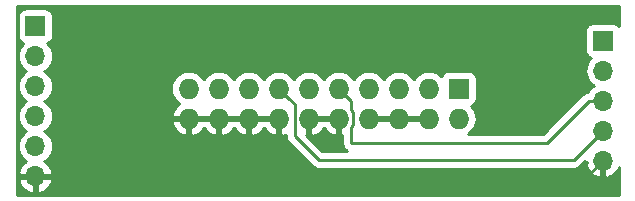
<source format=gbr>
G04 #@! TF.GenerationSoftware,KiCad,Pcbnew,5.1.1-8be2ce7~80~ubuntu18.10.1*
G04 #@! TF.CreationDate,2019-05-27T02:03:18+08:00*
G04 #@! TF.ProjectId,jtagboard,6a746167-626f-4617-9264-2e6b69636164,rev?*
G04 #@! TF.SameCoordinates,Original*
G04 #@! TF.FileFunction,Copper,L2,Bot*
G04 #@! TF.FilePolarity,Positive*
%FSLAX46Y46*%
G04 Gerber Fmt 4.6, Leading zero omitted, Abs format (unit mm)*
G04 Created by KiCad (PCBNEW 5.1.1-8be2ce7~80~ubuntu18.10.1) date 2019-05-27 02:03:18*
%MOMM*%
%LPD*%
G04 APERTURE LIST*
%ADD10R,1.727200X1.727200*%
%ADD11O,1.727200X1.727200*%
%ADD12R,1.700000X1.700000*%
%ADD13O,1.700000X1.700000*%
%ADD14C,0.250000*%
%ADD15C,0.254000*%
G04 APERTURE END LIST*
D10*
X115316000Y-109220000D03*
D11*
X115316000Y-111760000D03*
X112776000Y-109220000D03*
X112776000Y-111760000D03*
X110236000Y-109220000D03*
X110236000Y-111760000D03*
X107696000Y-109220000D03*
X107696000Y-111760000D03*
X105156000Y-109220000D03*
X105156000Y-111760000D03*
X102616000Y-109220000D03*
X102616000Y-111760000D03*
X100076000Y-109220000D03*
X100076000Y-111760000D03*
X97536000Y-109220000D03*
X97536000Y-111760000D03*
X94996000Y-109220000D03*
X94996000Y-111760000D03*
X92456000Y-109220000D03*
X92456000Y-111760000D03*
D12*
X79451200Y-103931800D03*
D13*
X79451200Y-106471800D03*
X79451200Y-109011800D03*
X79451200Y-111551800D03*
X79451200Y-114091800D03*
X79451200Y-116631800D03*
D12*
X127508000Y-105156000D03*
D13*
X127508000Y-107696000D03*
X127508000Y-110236000D03*
X127508000Y-112776000D03*
X127508000Y-115316000D03*
D14*
X126192200Y-116631800D02*
X127508000Y-115316000D01*
X79451200Y-116631800D02*
X126192200Y-116631800D01*
X106172000Y-110236000D02*
X105156000Y-109220000D01*
X106172000Y-111016870D02*
X106172000Y-110236000D01*
X126305919Y-110236000D02*
X122749919Y-113792000D01*
X127508000Y-110236000D02*
X126305919Y-110236000D01*
X106172000Y-113792000D02*
X106172000Y-112503130D01*
X106344601Y-111189471D02*
X106172000Y-111016870D01*
X106344601Y-112330529D02*
X106344601Y-111189471D01*
X122749919Y-113792000D02*
X106172000Y-113792000D01*
X106172000Y-112503130D02*
X106344601Y-112330529D01*
X100939599Y-110083599D02*
X100076000Y-109220000D01*
X101427399Y-113239810D02*
X101427399Y-110571399D01*
X101427399Y-110571399D02*
X100939599Y-110083599D01*
X103445600Y-115258011D02*
X101427399Y-113239810D01*
X127508000Y-112776000D02*
X125025989Y-115258011D01*
X125025989Y-115258011D02*
X103445600Y-115258011D01*
D15*
G36*
X128880000Y-103941104D02*
G01*
X128809185Y-103854815D01*
X128712494Y-103775463D01*
X128602180Y-103716498D01*
X128482482Y-103680188D01*
X128358000Y-103667928D01*
X126658000Y-103667928D01*
X126533518Y-103680188D01*
X126413820Y-103716498D01*
X126303506Y-103775463D01*
X126206815Y-103854815D01*
X126127463Y-103951506D01*
X126068498Y-104061820D01*
X126032188Y-104181518D01*
X126019928Y-104306000D01*
X126019928Y-106006000D01*
X126032188Y-106130482D01*
X126068498Y-106250180D01*
X126127463Y-106360494D01*
X126206815Y-106457185D01*
X126303506Y-106536537D01*
X126413820Y-106595502D01*
X126482687Y-106616393D01*
X126452866Y-106640866D01*
X126267294Y-106866986D01*
X126129401Y-107124966D01*
X126044487Y-107404889D01*
X126015815Y-107696000D01*
X126044487Y-107987111D01*
X126129401Y-108267034D01*
X126267294Y-108525014D01*
X126452866Y-108751134D01*
X126678986Y-108936706D01*
X126733791Y-108966000D01*
X126678986Y-108995294D01*
X126452866Y-109180866D01*
X126267294Y-109406986D01*
X126228284Y-109479969D01*
X126156933Y-109486997D01*
X126013672Y-109530454D01*
X125881643Y-109601026D01*
X125881641Y-109601027D01*
X125881642Y-109601027D01*
X125794915Y-109672201D01*
X125794911Y-109672205D01*
X125765918Y-109695999D01*
X125742124Y-109724992D01*
X122435118Y-113032000D01*
X116115318Y-113032000D01*
X116152606Y-113012069D01*
X116380797Y-112824797D01*
X116568069Y-112596606D01*
X116707225Y-112336264D01*
X116792916Y-112053777D01*
X116821851Y-111760000D01*
X116792916Y-111466223D01*
X116707225Y-111183736D01*
X116568069Y-110923394D01*
X116380797Y-110695203D01*
X116372735Y-110688586D01*
X116423780Y-110673102D01*
X116534094Y-110614137D01*
X116630785Y-110534785D01*
X116710137Y-110438094D01*
X116769102Y-110327780D01*
X116805412Y-110208082D01*
X116817672Y-110083600D01*
X116817672Y-108356400D01*
X116805412Y-108231918D01*
X116769102Y-108112220D01*
X116710137Y-108001906D01*
X116630785Y-107905215D01*
X116534094Y-107825863D01*
X116423780Y-107766898D01*
X116304082Y-107730588D01*
X116179600Y-107718328D01*
X114452400Y-107718328D01*
X114327918Y-107730588D01*
X114208220Y-107766898D01*
X114097906Y-107825863D01*
X114001215Y-107905215D01*
X113921863Y-108001906D01*
X113862898Y-108112220D01*
X113847414Y-108163265D01*
X113840797Y-108155203D01*
X113612606Y-107967931D01*
X113352264Y-107828775D01*
X113069777Y-107743084D01*
X112849619Y-107721400D01*
X112702381Y-107721400D01*
X112482223Y-107743084D01*
X112199736Y-107828775D01*
X111939394Y-107967931D01*
X111711203Y-108155203D01*
X111523931Y-108383394D01*
X111506000Y-108416940D01*
X111488069Y-108383394D01*
X111300797Y-108155203D01*
X111072606Y-107967931D01*
X110812264Y-107828775D01*
X110529777Y-107743084D01*
X110309619Y-107721400D01*
X110162381Y-107721400D01*
X109942223Y-107743084D01*
X109659736Y-107828775D01*
X109399394Y-107967931D01*
X109171203Y-108155203D01*
X108983931Y-108383394D01*
X108966000Y-108416940D01*
X108948069Y-108383394D01*
X108760797Y-108155203D01*
X108532606Y-107967931D01*
X108272264Y-107828775D01*
X107989777Y-107743084D01*
X107769619Y-107721400D01*
X107622381Y-107721400D01*
X107402223Y-107743084D01*
X107119736Y-107828775D01*
X106859394Y-107967931D01*
X106631203Y-108155203D01*
X106443931Y-108383394D01*
X106426000Y-108416940D01*
X106408069Y-108383394D01*
X106220797Y-108155203D01*
X105992606Y-107967931D01*
X105732264Y-107828775D01*
X105449777Y-107743084D01*
X105229619Y-107721400D01*
X105082381Y-107721400D01*
X104862223Y-107743084D01*
X104579736Y-107828775D01*
X104319394Y-107967931D01*
X104091203Y-108155203D01*
X103903931Y-108383394D01*
X103886000Y-108416940D01*
X103868069Y-108383394D01*
X103680797Y-108155203D01*
X103452606Y-107967931D01*
X103192264Y-107828775D01*
X102909777Y-107743084D01*
X102689619Y-107721400D01*
X102542381Y-107721400D01*
X102322223Y-107743084D01*
X102039736Y-107828775D01*
X101779394Y-107967931D01*
X101551203Y-108155203D01*
X101363931Y-108383394D01*
X101346000Y-108416940D01*
X101328069Y-108383394D01*
X101140797Y-108155203D01*
X100912606Y-107967931D01*
X100652264Y-107828775D01*
X100369777Y-107743084D01*
X100149619Y-107721400D01*
X100002381Y-107721400D01*
X99782223Y-107743084D01*
X99499736Y-107828775D01*
X99239394Y-107967931D01*
X99011203Y-108155203D01*
X98823931Y-108383394D01*
X98806000Y-108416940D01*
X98788069Y-108383394D01*
X98600797Y-108155203D01*
X98372606Y-107967931D01*
X98112264Y-107828775D01*
X97829777Y-107743084D01*
X97609619Y-107721400D01*
X97462381Y-107721400D01*
X97242223Y-107743084D01*
X96959736Y-107828775D01*
X96699394Y-107967931D01*
X96471203Y-108155203D01*
X96283931Y-108383394D01*
X96266000Y-108416940D01*
X96248069Y-108383394D01*
X96060797Y-108155203D01*
X95832606Y-107967931D01*
X95572264Y-107828775D01*
X95289777Y-107743084D01*
X95069619Y-107721400D01*
X94922381Y-107721400D01*
X94702223Y-107743084D01*
X94419736Y-107828775D01*
X94159394Y-107967931D01*
X93931203Y-108155203D01*
X93743931Y-108383394D01*
X93726000Y-108416940D01*
X93708069Y-108383394D01*
X93520797Y-108155203D01*
X93292606Y-107967931D01*
X93032264Y-107828775D01*
X92749777Y-107743084D01*
X92529619Y-107721400D01*
X92382381Y-107721400D01*
X92162223Y-107743084D01*
X91879736Y-107828775D01*
X91619394Y-107967931D01*
X91391203Y-108155203D01*
X91203931Y-108383394D01*
X91064775Y-108643736D01*
X90979084Y-108926223D01*
X90950149Y-109220000D01*
X90979084Y-109513777D01*
X91064775Y-109796264D01*
X91203931Y-110056606D01*
X91391203Y-110284797D01*
X91619394Y-110472069D01*
X91659433Y-110493470D01*
X91445707Y-110653146D01*
X91249183Y-110871512D01*
X91099036Y-111124022D01*
X91001037Y-111400973D01*
X91121536Y-111633000D01*
X92329000Y-111633000D01*
X92329000Y-111613000D01*
X92583000Y-111613000D01*
X92583000Y-111633000D01*
X94869000Y-111633000D01*
X94869000Y-111613000D01*
X95123000Y-111613000D01*
X95123000Y-111633000D01*
X97409000Y-111633000D01*
X97409000Y-111613000D01*
X97663000Y-111613000D01*
X97663000Y-111633000D01*
X99949000Y-111633000D01*
X99949000Y-111613000D01*
X100203000Y-111613000D01*
X100203000Y-111633000D01*
X100223000Y-111633000D01*
X100223000Y-111887000D01*
X100203000Y-111887000D01*
X100203000Y-113093817D01*
X100435026Y-113214958D01*
X100585814Y-113169222D01*
X100667399Y-113130284D01*
X100667399Y-113202487D01*
X100663723Y-113239810D01*
X100667399Y-113277132D01*
X100667399Y-113277142D01*
X100678396Y-113388795D01*
X100718428Y-113520766D01*
X100721853Y-113532056D01*
X100792425Y-113664086D01*
X100832270Y-113712636D01*
X100887398Y-113779811D01*
X100916402Y-113803614D01*
X102881801Y-115769014D01*
X102905599Y-115798012D01*
X103021324Y-115892985D01*
X103153353Y-115963557D01*
X103296614Y-116007014D01*
X103408267Y-116018011D01*
X103408276Y-116018011D01*
X103445599Y-116021687D01*
X103482922Y-116018011D01*
X124988667Y-116018011D01*
X125025989Y-116021687D01*
X125063311Y-116018011D01*
X125063322Y-116018011D01*
X125174975Y-116007014D01*
X125318236Y-115963557D01*
X125450265Y-115892985D01*
X125565990Y-115798012D01*
X125589793Y-115769008D01*
X126023000Y-115335801D01*
X126023000Y-115443002D01*
X126187844Y-115443002D01*
X126066524Y-115672890D01*
X126111175Y-115820099D01*
X126236359Y-116082920D01*
X126410412Y-116316269D01*
X126626645Y-116511178D01*
X126876748Y-116660157D01*
X127151109Y-116757481D01*
X127381000Y-116636814D01*
X127381000Y-115443000D01*
X127361000Y-115443000D01*
X127361000Y-115189000D01*
X127381000Y-115189000D01*
X127381000Y-115169000D01*
X127635000Y-115169000D01*
X127635000Y-115189000D01*
X127655000Y-115189000D01*
X127655000Y-115443000D01*
X127635000Y-115443000D01*
X127635000Y-116636814D01*
X127864891Y-116757481D01*
X128139252Y-116660157D01*
X128389355Y-116511178D01*
X128605588Y-116316269D01*
X128779641Y-116082920D01*
X128880001Y-115872217D01*
X128880001Y-118212000D01*
X77876000Y-118212000D01*
X77876000Y-116988690D01*
X78009724Y-116988690D01*
X78054375Y-117135899D01*
X78179559Y-117398720D01*
X78353612Y-117632069D01*
X78569845Y-117826978D01*
X78819948Y-117975957D01*
X79094309Y-118073281D01*
X79324200Y-117952614D01*
X79324200Y-116758800D01*
X79578200Y-116758800D01*
X79578200Y-117952614D01*
X79808091Y-118073281D01*
X80082452Y-117975957D01*
X80332555Y-117826978D01*
X80548788Y-117632069D01*
X80722841Y-117398720D01*
X80848025Y-117135899D01*
X80892676Y-116988690D01*
X80771355Y-116758800D01*
X79578200Y-116758800D01*
X79324200Y-116758800D01*
X78131045Y-116758800D01*
X78009724Y-116988690D01*
X77876000Y-116988690D01*
X77876000Y-106471800D01*
X77959015Y-106471800D01*
X77987687Y-106762911D01*
X78072601Y-107042834D01*
X78210494Y-107300814D01*
X78396066Y-107526934D01*
X78622186Y-107712506D01*
X78676991Y-107741800D01*
X78622186Y-107771094D01*
X78396066Y-107956666D01*
X78210494Y-108182786D01*
X78072601Y-108440766D01*
X77987687Y-108720689D01*
X77959015Y-109011800D01*
X77987687Y-109302911D01*
X78072601Y-109582834D01*
X78210494Y-109840814D01*
X78396066Y-110066934D01*
X78622186Y-110252506D01*
X78676991Y-110281800D01*
X78622186Y-110311094D01*
X78396066Y-110496666D01*
X78210494Y-110722786D01*
X78072601Y-110980766D01*
X77987687Y-111260689D01*
X77959015Y-111551800D01*
X77987687Y-111842911D01*
X78072601Y-112122834D01*
X78210494Y-112380814D01*
X78396066Y-112606934D01*
X78622186Y-112792506D01*
X78676991Y-112821800D01*
X78622186Y-112851094D01*
X78396066Y-113036666D01*
X78210494Y-113262786D01*
X78072601Y-113520766D01*
X77987687Y-113800689D01*
X77959015Y-114091800D01*
X77987687Y-114382911D01*
X78072601Y-114662834D01*
X78210494Y-114920814D01*
X78396066Y-115146934D01*
X78622186Y-115332506D01*
X78686723Y-115367001D01*
X78569845Y-115436622D01*
X78353612Y-115631531D01*
X78179559Y-115864880D01*
X78054375Y-116127701D01*
X78009724Y-116274910D01*
X78131045Y-116504800D01*
X79324200Y-116504800D01*
X79324200Y-116484800D01*
X79578200Y-116484800D01*
X79578200Y-116504800D01*
X80771355Y-116504800D01*
X80892676Y-116274910D01*
X80848025Y-116127701D01*
X80722841Y-115864880D01*
X80548788Y-115631531D01*
X80332555Y-115436622D01*
X80215677Y-115367001D01*
X80280214Y-115332506D01*
X80506334Y-115146934D01*
X80691906Y-114920814D01*
X80829799Y-114662834D01*
X80914713Y-114382911D01*
X80943385Y-114091800D01*
X80914713Y-113800689D01*
X80829799Y-113520766D01*
X80691906Y-113262786D01*
X80506334Y-113036666D01*
X80280214Y-112851094D01*
X80225409Y-112821800D01*
X80280214Y-112792506D01*
X80506334Y-112606934D01*
X80691906Y-112380814D01*
X80829799Y-112122834D01*
X80830953Y-112119027D01*
X91001037Y-112119027D01*
X91099036Y-112395978D01*
X91249183Y-112648488D01*
X91445707Y-112866854D01*
X91681056Y-113042684D01*
X91946186Y-113169222D01*
X92096974Y-113214958D01*
X92329000Y-113093817D01*
X92329000Y-111887000D01*
X92583000Y-111887000D01*
X92583000Y-113093817D01*
X92815026Y-113214958D01*
X92965814Y-113169222D01*
X93230944Y-113042684D01*
X93466293Y-112866854D01*
X93662817Y-112648488D01*
X93726000Y-112542230D01*
X93789183Y-112648488D01*
X93985707Y-112866854D01*
X94221056Y-113042684D01*
X94486186Y-113169222D01*
X94636974Y-113214958D01*
X94869000Y-113093817D01*
X94869000Y-111887000D01*
X95123000Y-111887000D01*
X95123000Y-113093817D01*
X95355026Y-113214958D01*
X95505814Y-113169222D01*
X95770944Y-113042684D01*
X96006293Y-112866854D01*
X96202817Y-112648488D01*
X96266000Y-112542230D01*
X96329183Y-112648488D01*
X96525707Y-112866854D01*
X96761056Y-113042684D01*
X97026186Y-113169222D01*
X97176974Y-113214958D01*
X97409000Y-113093817D01*
X97409000Y-111887000D01*
X97663000Y-111887000D01*
X97663000Y-113093817D01*
X97895026Y-113214958D01*
X98045814Y-113169222D01*
X98310944Y-113042684D01*
X98546293Y-112866854D01*
X98742817Y-112648488D01*
X98806000Y-112542230D01*
X98869183Y-112648488D01*
X99065707Y-112866854D01*
X99301056Y-113042684D01*
X99566186Y-113169222D01*
X99716974Y-113214958D01*
X99949000Y-113093817D01*
X99949000Y-111887000D01*
X97663000Y-111887000D01*
X97409000Y-111887000D01*
X95123000Y-111887000D01*
X94869000Y-111887000D01*
X92583000Y-111887000D01*
X92329000Y-111887000D01*
X91121536Y-111887000D01*
X91001037Y-112119027D01*
X80830953Y-112119027D01*
X80914713Y-111842911D01*
X80943385Y-111551800D01*
X80914713Y-111260689D01*
X80829799Y-110980766D01*
X80691906Y-110722786D01*
X80506334Y-110496666D01*
X80280214Y-110311094D01*
X80225409Y-110281800D01*
X80280214Y-110252506D01*
X80506334Y-110066934D01*
X80691906Y-109840814D01*
X80829799Y-109582834D01*
X80914713Y-109302911D01*
X80943385Y-109011800D01*
X80914713Y-108720689D01*
X80829799Y-108440766D01*
X80691906Y-108182786D01*
X80506334Y-107956666D01*
X80280214Y-107771094D01*
X80225409Y-107741800D01*
X80280214Y-107712506D01*
X80506334Y-107526934D01*
X80691906Y-107300814D01*
X80829799Y-107042834D01*
X80914713Y-106762911D01*
X80943385Y-106471800D01*
X80914713Y-106180689D01*
X80829799Y-105900766D01*
X80691906Y-105642786D01*
X80506334Y-105416666D01*
X80476513Y-105392193D01*
X80545380Y-105371302D01*
X80655694Y-105312337D01*
X80752385Y-105232985D01*
X80831737Y-105136294D01*
X80890702Y-105025980D01*
X80927012Y-104906282D01*
X80939272Y-104781800D01*
X80939272Y-103081800D01*
X80927012Y-102957318D01*
X80890702Y-102837620D01*
X80831737Y-102727306D01*
X80752385Y-102630615D01*
X80655694Y-102551263D01*
X80545380Y-102492298D01*
X80425682Y-102455988D01*
X80301200Y-102443728D01*
X78601200Y-102443728D01*
X78476718Y-102455988D01*
X78357020Y-102492298D01*
X78246706Y-102551263D01*
X78150015Y-102630615D01*
X78070663Y-102727306D01*
X78011698Y-102837620D01*
X77975388Y-102957318D01*
X77963128Y-103081800D01*
X77963128Y-104781800D01*
X77975388Y-104906282D01*
X78011698Y-105025980D01*
X78070663Y-105136294D01*
X78150015Y-105232985D01*
X78246706Y-105312337D01*
X78357020Y-105371302D01*
X78425887Y-105392193D01*
X78396066Y-105416666D01*
X78210494Y-105642786D01*
X78072601Y-105900766D01*
X77987687Y-106180689D01*
X77959015Y-106471800D01*
X77876000Y-106471800D01*
X77876000Y-102260000D01*
X128880000Y-102260000D01*
X128880000Y-103941104D01*
X128880000Y-103941104D01*
G37*
X128880000Y-103941104D02*
X128809185Y-103854815D01*
X128712494Y-103775463D01*
X128602180Y-103716498D01*
X128482482Y-103680188D01*
X128358000Y-103667928D01*
X126658000Y-103667928D01*
X126533518Y-103680188D01*
X126413820Y-103716498D01*
X126303506Y-103775463D01*
X126206815Y-103854815D01*
X126127463Y-103951506D01*
X126068498Y-104061820D01*
X126032188Y-104181518D01*
X126019928Y-104306000D01*
X126019928Y-106006000D01*
X126032188Y-106130482D01*
X126068498Y-106250180D01*
X126127463Y-106360494D01*
X126206815Y-106457185D01*
X126303506Y-106536537D01*
X126413820Y-106595502D01*
X126482687Y-106616393D01*
X126452866Y-106640866D01*
X126267294Y-106866986D01*
X126129401Y-107124966D01*
X126044487Y-107404889D01*
X126015815Y-107696000D01*
X126044487Y-107987111D01*
X126129401Y-108267034D01*
X126267294Y-108525014D01*
X126452866Y-108751134D01*
X126678986Y-108936706D01*
X126733791Y-108966000D01*
X126678986Y-108995294D01*
X126452866Y-109180866D01*
X126267294Y-109406986D01*
X126228284Y-109479969D01*
X126156933Y-109486997D01*
X126013672Y-109530454D01*
X125881643Y-109601026D01*
X125881641Y-109601027D01*
X125881642Y-109601027D01*
X125794915Y-109672201D01*
X125794911Y-109672205D01*
X125765918Y-109695999D01*
X125742124Y-109724992D01*
X122435118Y-113032000D01*
X116115318Y-113032000D01*
X116152606Y-113012069D01*
X116380797Y-112824797D01*
X116568069Y-112596606D01*
X116707225Y-112336264D01*
X116792916Y-112053777D01*
X116821851Y-111760000D01*
X116792916Y-111466223D01*
X116707225Y-111183736D01*
X116568069Y-110923394D01*
X116380797Y-110695203D01*
X116372735Y-110688586D01*
X116423780Y-110673102D01*
X116534094Y-110614137D01*
X116630785Y-110534785D01*
X116710137Y-110438094D01*
X116769102Y-110327780D01*
X116805412Y-110208082D01*
X116817672Y-110083600D01*
X116817672Y-108356400D01*
X116805412Y-108231918D01*
X116769102Y-108112220D01*
X116710137Y-108001906D01*
X116630785Y-107905215D01*
X116534094Y-107825863D01*
X116423780Y-107766898D01*
X116304082Y-107730588D01*
X116179600Y-107718328D01*
X114452400Y-107718328D01*
X114327918Y-107730588D01*
X114208220Y-107766898D01*
X114097906Y-107825863D01*
X114001215Y-107905215D01*
X113921863Y-108001906D01*
X113862898Y-108112220D01*
X113847414Y-108163265D01*
X113840797Y-108155203D01*
X113612606Y-107967931D01*
X113352264Y-107828775D01*
X113069777Y-107743084D01*
X112849619Y-107721400D01*
X112702381Y-107721400D01*
X112482223Y-107743084D01*
X112199736Y-107828775D01*
X111939394Y-107967931D01*
X111711203Y-108155203D01*
X111523931Y-108383394D01*
X111506000Y-108416940D01*
X111488069Y-108383394D01*
X111300797Y-108155203D01*
X111072606Y-107967931D01*
X110812264Y-107828775D01*
X110529777Y-107743084D01*
X110309619Y-107721400D01*
X110162381Y-107721400D01*
X109942223Y-107743084D01*
X109659736Y-107828775D01*
X109399394Y-107967931D01*
X109171203Y-108155203D01*
X108983931Y-108383394D01*
X108966000Y-108416940D01*
X108948069Y-108383394D01*
X108760797Y-108155203D01*
X108532606Y-107967931D01*
X108272264Y-107828775D01*
X107989777Y-107743084D01*
X107769619Y-107721400D01*
X107622381Y-107721400D01*
X107402223Y-107743084D01*
X107119736Y-107828775D01*
X106859394Y-107967931D01*
X106631203Y-108155203D01*
X106443931Y-108383394D01*
X106426000Y-108416940D01*
X106408069Y-108383394D01*
X106220797Y-108155203D01*
X105992606Y-107967931D01*
X105732264Y-107828775D01*
X105449777Y-107743084D01*
X105229619Y-107721400D01*
X105082381Y-107721400D01*
X104862223Y-107743084D01*
X104579736Y-107828775D01*
X104319394Y-107967931D01*
X104091203Y-108155203D01*
X103903931Y-108383394D01*
X103886000Y-108416940D01*
X103868069Y-108383394D01*
X103680797Y-108155203D01*
X103452606Y-107967931D01*
X103192264Y-107828775D01*
X102909777Y-107743084D01*
X102689619Y-107721400D01*
X102542381Y-107721400D01*
X102322223Y-107743084D01*
X102039736Y-107828775D01*
X101779394Y-107967931D01*
X101551203Y-108155203D01*
X101363931Y-108383394D01*
X101346000Y-108416940D01*
X101328069Y-108383394D01*
X101140797Y-108155203D01*
X100912606Y-107967931D01*
X100652264Y-107828775D01*
X100369777Y-107743084D01*
X100149619Y-107721400D01*
X100002381Y-107721400D01*
X99782223Y-107743084D01*
X99499736Y-107828775D01*
X99239394Y-107967931D01*
X99011203Y-108155203D01*
X98823931Y-108383394D01*
X98806000Y-108416940D01*
X98788069Y-108383394D01*
X98600797Y-108155203D01*
X98372606Y-107967931D01*
X98112264Y-107828775D01*
X97829777Y-107743084D01*
X97609619Y-107721400D01*
X97462381Y-107721400D01*
X97242223Y-107743084D01*
X96959736Y-107828775D01*
X96699394Y-107967931D01*
X96471203Y-108155203D01*
X96283931Y-108383394D01*
X96266000Y-108416940D01*
X96248069Y-108383394D01*
X96060797Y-108155203D01*
X95832606Y-107967931D01*
X95572264Y-107828775D01*
X95289777Y-107743084D01*
X95069619Y-107721400D01*
X94922381Y-107721400D01*
X94702223Y-107743084D01*
X94419736Y-107828775D01*
X94159394Y-107967931D01*
X93931203Y-108155203D01*
X93743931Y-108383394D01*
X93726000Y-108416940D01*
X93708069Y-108383394D01*
X93520797Y-108155203D01*
X93292606Y-107967931D01*
X93032264Y-107828775D01*
X92749777Y-107743084D01*
X92529619Y-107721400D01*
X92382381Y-107721400D01*
X92162223Y-107743084D01*
X91879736Y-107828775D01*
X91619394Y-107967931D01*
X91391203Y-108155203D01*
X91203931Y-108383394D01*
X91064775Y-108643736D01*
X90979084Y-108926223D01*
X90950149Y-109220000D01*
X90979084Y-109513777D01*
X91064775Y-109796264D01*
X91203931Y-110056606D01*
X91391203Y-110284797D01*
X91619394Y-110472069D01*
X91659433Y-110493470D01*
X91445707Y-110653146D01*
X91249183Y-110871512D01*
X91099036Y-111124022D01*
X91001037Y-111400973D01*
X91121536Y-111633000D01*
X92329000Y-111633000D01*
X92329000Y-111613000D01*
X92583000Y-111613000D01*
X92583000Y-111633000D01*
X94869000Y-111633000D01*
X94869000Y-111613000D01*
X95123000Y-111613000D01*
X95123000Y-111633000D01*
X97409000Y-111633000D01*
X97409000Y-111613000D01*
X97663000Y-111613000D01*
X97663000Y-111633000D01*
X99949000Y-111633000D01*
X99949000Y-111613000D01*
X100203000Y-111613000D01*
X100203000Y-111633000D01*
X100223000Y-111633000D01*
X100223000Y-111887000D01*
X100203000Y-111887000D01*
X100203000Y-113093817D01*
X100435026Y-113214958D01*
X100585814Y-113169222D01*
X100667399Y-113130284D01*
X100667399Y-113202487D01*
X100663723Y-113239810D01*
X100667399Y-113277132D01*
X100667399Y-113277142D01*
X100678396Y-113388795D01*
X100718428Y-113520766D01*
X100721853Y-113532056D01*
X100792425Y-113664086D01*
X100832270Y-113712636D01*
X100887398Y-113779811D01*
X100916402Y-113803614D01*
X102881801Y-115769014D01*
X102905599Y-115798012D01*
X103021324Y-115892985D01*
X103153353Y-115963557D01*
X103296614Y-116007014D01*
X103408267Y-116018011D01*
X103408276Y-116018011D01*
X103445599Y-116021687D01*
X103482922Y-116018011D01*
X124988667Y-116018011D01*
X125025989Y-116021687D01*
X125063311Y-116018011D01*
X125063322Y-116018011D01*
X125174975Y-116007014D01*
X125318236Y-115963557D01*
X125450265Y-115892985D01*
X125565990Y-115798012D01*
X125589793Y-115769008D01*
X126023000Y-115335801D01*
X126023000Y-115443002D01*
X126187844Y-115443002D01*
X126066524Y-115672890D01*
X126111175Y-115820099D01*
X126236359Y-116082920D01*
X126410412Y-116316269D01*
X126626645Y-116511178D01*
X126876748Y-116660157D01*
X127151109Y-116757481D01*
X127381000Y-116636814D01*
X127381000Y-115443000D01*
X127361000Y-115443000D01*
X127361000Y-115189000D01*
X127381000Y-115189000D01*
X127381000Y-115169000D01*
X127635000Y-115169000D01*
X127635000Y-115189000D01*
X127655000Y-115189000D01*
X127655000Y-115443000D01*
X127635000Y-115443000D01*
X127635000Y-116636814D01*
X127864891Y-116757481D01*
X128139252Y-116660157D01*
X128389355Y-116511178D01*
X128605588Y-116316269D01*
X128779641Y-116082920D01*
X128880001Y-115872217D01*
X128880001Y-118212000D01*
X77876000Y-118212000D01*
X77876000Y-116988690D01*
X78009724Y-116988690D01*
X78054375Y-117135899D01*
X78179559Y-117398720D01*
X78353612Y-117632069D01*
X78569845Y-117826978D01*
X78819948Y-117975957D01*
X79094309Y-118073281D01*
X79324200Y-117952614D01*
X79324200Y-116758800D01*
X79578200Y-116758800D01*
X79578200Y-117952614D01*
X79808091Y-118073281D01*
X80082452Y-117975957D01*
X80332555Y-117826978D01*
X80548788Y-117632069D01*
X80722841Y-117398720D01*
X80848025Y-117135899D01*
X80892676Y-116988690D01*
X80771355Y-116758800D01*
X79578200Y-116758800D01*
X79324200Y-116758800D01*
X78131045Y-116758800D01*
X78009724Y-116988690D01*
X77876000Y-116988690D01*
X77876000Y-106471800D01*
X77959015Y-106471800D01*
X77987687Y-106762911D01*
X78072601Y-107042834D01*
X78210494Y-107300814D01*
X78396066Y-107526934D01*
X78622186Y-107712506D01*
X78676991Y-107741800D01*
X78622186Y-107771094D01*
X78396066Y-107956666D01*
X78210494Y-108182786D01*
X78072601Y-108440766D01*
X77987687Y-108720689D01*
X77959015Y-109011800D01*
X77987687Y-109302911D01*
X78072601Y-109582834D01*
X78210494Y-109840814D01*
X78396066Y-110066934D01*
X78622186Y-110252506D01*
X78676991Y-110281800D01*
X78622186Y-110311094D01*
X78396066Y-110496666D01*
X78210494Y-110722786D01*
X78072601Y-110980766D01*
X77987687Y-111260689D01*
X77959015Y-111551800D01*
X77987687Y-111842911D01*
X78072601Y-112122834D01*
X78210494Y-112380814D01*
X78396066Y-112606934D01*
X78622186Y-112792506D01*
X78676991Y-112821800D01*
X78622186Y-112851094D01*
X78396066Y-113036666D01*
X78210494Y-113262786D01*
X78072601Y-113520766D01*
X77987687Y-113800689D01*
X77959015Y-114091800D01*
X77987687Y-114382911D01*
X78072601Y-114662834D01*
X78210494Y-114920814D01*
X78396066Y-115146934D01*
X78622186Y-115332506D01*
X78686723Y-115367001D01*
X78569845Y-115436622D01*
X78353612Y-115631531D01*
X78179559Y-115864880D01*
X78054375Y-116127701D01*
X78009724Y-116274910D01*
X78131045Y-116504800D01*
X79324200Y-116504800D01*
X79324200Y-116484800D01*
X79578200Y-116484800D01*
X79578200Y-116504800D01*
X80771355Y-116504800D01*
X80892676Y-116274910D01*
X80848025Y-116127701D01*
X80722841Y-115864880D01*
X80548788Y-115631531D01*
X80332555Y-115436622D01*
X80215677Y-115367001D01*
X80280214Y-115332506D01*
X80506334Y-115146934D01*
X80691906Y-114920814D01*
X80829799Y-114662834D01*
X80914713Y-114382911D01*
X80943385Y-114091800D01*
X80914713Y-113800689D01*
X80829799Y-113520766D01*
X80691906Y-113262786D01*
X80506334Y-113036666D01*
X80280214Y-112851094D01*
X80225409Y-112821800D01*
X80280214Y-112792506D01*
X80506334Y-112606934D01*
X80691906Y-112380814D01*
X80829799Y-112122834D01*
X80830953Y-112119027D01*
X91001037Y-112119027D01*
X91099036Y-112395978D01*
X91249183Y-112648488D01*
X91445707Y-112866854D01*
X91681056Y-113042684D01*
X91946186Y-113169222D01*
X92096974Y-113214958D01*
X92329000Y-113093817D01*
X92329000Y-111887000D01*
X92583000Y-111887000D01*
X92583000Y-113093817D01*
X92815026Y-113214958D01*
X92965814Y-113169222D01*
X93230944Y-113042684D01*
X93466293Y-112866854D01*
X93662817Y-112648488D01*
X93726000Y-112542230D01*
X93789183Y-112648488D01*
X93985707Y-112866854D01*
X94221056Y-113042684D01*
X94486186Y-113169222D01*
X94636974Y-113214958D01*
X94869000Y-113093817D01*
X94869000Y-111887000D01*
X95123000Y-111887000D01*
X95123000Y-113093817D01*
X95355026Y-113214958D01*
X95505814Y-113169222D01*
X95770944Y-113042684D01*
X96006293Y-112866854D01*
X96202817Y-112648488D01*
X96266000Y-112542230D01*
X96329183Y-112648488D01*
X96525707Y-112866854D01*
X96761056Y-113042684D01*
X97026186Y-113169222D01*
X97176974Y-113214958D01*
X97409000Y-113093817D01*
X97409000Y-111887000D01*
X97663000Y-111887000D01*
X97663000Y-113093817D01*
X97895026Y-113214958D01*
X98045814Y-113169222D01*
X98310944Y-113042684D01*
X98546293Y-112866854D01*
X98742817Y-112648488D01*
X98806000Y-112542230D01*
X98869183Y-112648488D01*
X99065707Y-112866854D01*
X99301056Y-113042684D01*
X99566186Y-113169222D01*
X99716974Y-113214958D01*
X99949000Y-113093817D01*
X99949000Y-111887000D01*
X97663000Y-111887000D01*
X97409000Y-111887000D01*
X95123000Y-111887000D01*
X94869000Y-111887000D01*
X92583000Y-111887000D01*
X92329000Y-111887000D01*
X91121536Y-111887000D01*
X91001037Y-112119027D01*
X80830953Y-112119027D01*
X80914713Y-111842911D01*
X80943385Y-111551800D01*
X80914713Y-111260689D01*
X80829799Y-110980766D01*
X80691906Y-110722786D01*
X80506334Y-110496666D01*
X80280214Y-110311094D01*
X80225409Y-110281800D01*
X80280214Y-110252506D01*
X80506334Y-110066934D01*
X80691906Y-109840814D01*
X80829799Y-109582834D01*
X80914713Y-109302911D01*
X80943385Y-109011800D01*
X80914713Y-108720689D01*
X80829799Y-108440766D01*
X80691906Y-108182786D01*
X80506334Y-107956666D01*
X80280214Y-107771094D01*
X80225409Y-107741800D01*
X80280214Y-107712506D01*
X80506334Y-107526934D01*
X80691906Y-107300814D01*
X80829799Y-107042834D01*
X80914713Y-106762911D01*
X80943385Y-106471800D01*
X80914713Y-106180689D01*
X80829799Y-105900766D01*
X80691906Y-105642786D01*
X80506334Y-105416666D01*
X80476513Y-105392193D01*
X80545380Y-105371302D01*
X80655694Y-105312337D01*
X80752385Y-105232985D01*
X80831737Y-105136294D01*
X80890702Y-105025980D01*
X80927012Y-104906282D01*
X80939272Y-104781800D01*
X80939272Y-103081800D01*
X80927012Y-102957318D01*
X80890702Y-102837620D01*
X80831737Y-102727306D01*
X80752385Y-102630615D01*
X80655694Y-102551263D01*
X80545380Y-102492298D01*
X80425682Y-102455988D01*
X80301200Y-102443728D01*
X78601200Y-102443728D01*
X78476718Y-102455988D01*
X78357020Y-102492298D01*
X78246706Y-102551263D01*
X78150015Y-102630615D01*
X78070663Y-102727306D01*
X78011698Y-102837620D01*
X77975388Y-102957318D01*
X77963128Y-103081800D01*
X77963128Y-104781800D01*
X77975388Y-104906282D01*
X78011698Y-105025980D01*
X78070663Y-105136294D01*
X78150015Y-105232985D01*
X78246706Y-105312337D01*
X78357020Y-105371302D01*
X78425887Y-105392193D01*
X78396066Y-105416666D01*
X78210494Y-105642786D01*
X78072601Y-105900766D01*
X77987687Y-106180689D01*
X77959015Y-106471800D01*
X77876000Y-106471800D01*
X77876000Y-102260000D01*
X128880000Y-102260000D01*
X128880000Y-103941104D01*
G36*
X102743000Y-111633000D02*
G01*
X105029000Y-111633000D01*
X105029000Y-111613000D01*
X105283000Y-111613000D01*
X105283000Y-111633000D01*
X105303000Y-111633000D01*
X105303000Y-111887000D01*
X105283000Y-111887000D01*
X105283000Y-113093817D01*
X105412000Y-113161168D01*
X105412000Y-113754667D01*
X105408323Y-113792000D01*
X105422997Y-113940986D01*
X105466454Y-114084247D01*
X105537026Y-114216276D01*
X105618647Y-114315731D01*
X105631999Y-114332001D01*
X105747724Y-114426974D01*
X105879753Y-114497546D01*
X105881286Y-114498011D01*
X103760402Y-114498011D01*
X102401757Y-113139367D01*
X102489000Y-113093817D01*
X102489000Y-111887000D01*
X102743000Y-111887000D01*
X102743000Y-113093817D01*
X102975026Y-113214958D01*
X103125814Y-113169222D01*
X103390944Y-113042684D01*
X103626293Y-112866854D01*
X103822817Y-112648488D01*
X103886000Y-112542230D01*
X103949183Y-112648488D01*
X104145707Y-112866854D01*
X104381056Y-113042684D01*
X104646186Y-113169222D01*
X104796974Y-113214958D01*
X105029000Y-113093817D01*
X105029000Y-111887000D01*
X102743000Y-111887000D01*
X102489000Y-111887000D01*
X102469000Y-111887000D01*
X102469000Y-111633000D01*
X102489000Y-111633000D01*
X102489000Y-111613000D01*
X102743000Y-111613000D01*
X102743000Y-111633000D01*
X102743000Y-111633000D01*
G37*
X102743000Y-111633000D02*
X105029000Y-111633000D01*
X105029000Y-111613000D01*
X105283000Y-111613000D01*
X105283000Y-111633000D01*
X105303000Y-111633000D01*
X105303000Y-111887000D01*
X105283000Y-111887000D01*
X105283000Y-113093817D01*
X105412000Y-113161168D01*
X105412000Y-113754667D01*
X105408323Y-113792000D01*
X105422997Y-113940986D01*
X105466454Y-114084247D01*
X105537026Y-114216276D01*
X105618647Y-114315731D01*
X105631999Y-114332001D01*
X105747724Y-114426974D01*
X105879753Y-114497546D01*
X105881286Y-114498011D01*
X103760402Y-114498011D01*
X102401757Y-113139367D01*
X102489000Y-113093817D01*
X102489000Y-111887000D01*
X102743000Y-111887000D01*
X102743000Y-113093817D01*
X102975026Y-113214958D01*
X103125814Y-113169222D01*
X103390944Y-113042684D01*
X103626293Y-112866854D01*
X103822817Y-112648488D01*
X103886000Y-112542230D01*
X103949183Y-112648488D01*
X104145707Y-112866854D01*
X104381056Y-113042684D01*
X104646186Y-113169222D01*
X104796974Y-113214958D01*
X105029000Y-113093817D01*
X105029000Y-111887000D01*
X102743000Y-111887000D01*
X102489000Y-111887000D01*
X102469000Y-111887000D01*
X102469000Y-111633000D01*
X102489000Y-111633000D01*
X102489000Y-111613000D01*
X102743000Y-111613000D01*
X102743000Y-111633000D01*
G36*
X107823000Y-111633000D02*
G01*
X110109000Y-111633000D01*
X110109000Y-111613000D01*
X110363000Y-111613000D01*
X110363000Y-111633000D01*
X112649000Y-111633000D01*
X112649000Y-111613000D01*
X112903000Y-111613000D01*
X112903000Y-111633000D01*
X112923000Y-111633000D01*
X112923000Y-111887000D01*
X112903000Y-111887000D01*
X112903000Y-111907000D01*
X112649000Y-111907000D01*
X112649000Y-111887000D01*
X110363000Y-111887000D01*
X110363000Y-111907000D01*
X110109000Y-111907000D01*
X110109000Y-111887000D01*
X107823000Y-111887000D01*
X107823000Y-111907000D01*
X107569000Y-111907000D01*
X107569000Y-111887000D01*
X107549000Y-111887000D01*
X107549000Y-111633000D01*
X107569000Y-111633000D01*
X107569000Y-111613000D01*
X107823000Y-111613000D01*
X107823000Y-111633000D01*
X107823000Y-111633000D01*
G37*
X107823000Y-111633000D02*
X110109000Y-111633000D01*
X110109000Y-111613000D01*
X110363000Y-111613000D01*
X110363000Y-111633000D01*
X112649000Y-111633000D01*
X112649000Y-111613000D01*
X112903000Y-111613000D01*
X112903000Y-111633000D01*
X112923000Y-111633000D01*
X112923000Y-111887000D01*
X112903000Y-111887000D01*
X112903000Y-111907000D01*
X112649000Y-111907000D01*
X112649000Y-111887000D01*
X110363000Y-111887000D01*
X110363000Y-111907000D01*
X110109000Y-111907000D01*
X110109000Y-111887000D01*
X107823000Y-111887000D01*
X107823000Y-111907000D01*
X107569000Y-111907000D01*
X107569000Y-111887000D01*
X107549000Y-111887000D01*
X107549000Y-111633000D01*
X107569000Y-111633000D01*
X107569000Y-111613000D01*
X107823000Y-111613000D01*
X107823000Y-111633000D01*
M02*

</source>
